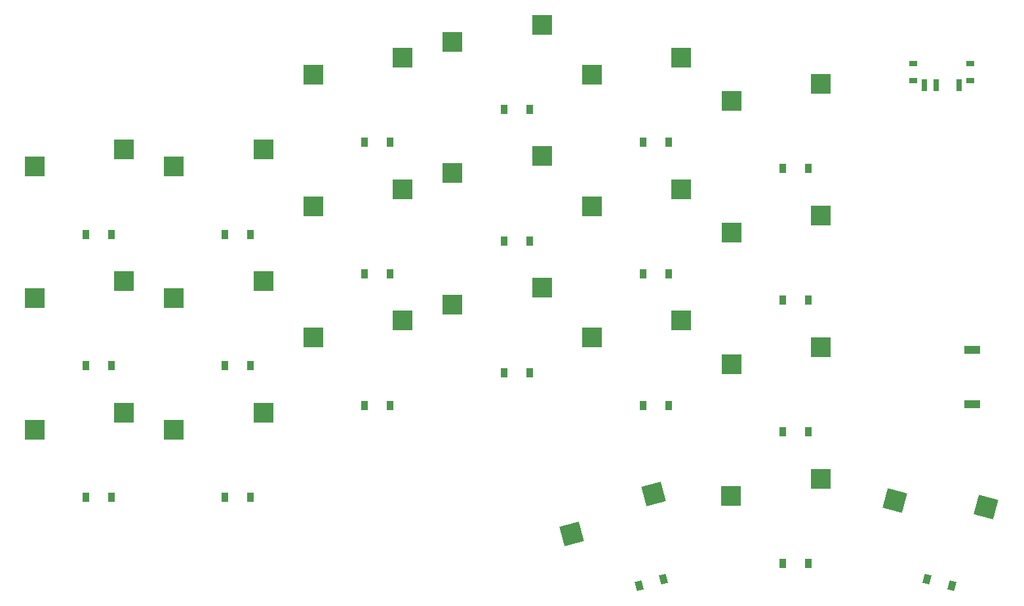
<source format=gbr>
%TF.GenerationSoftware,KiCad,Pcbnew,(6.0.4)*%
%TF.CreationDate,2022-07-03T12:25:36-07:00*%
%TF.ProjectId,danns87_corne_custom,64616e6e-7338-4375-9f63-6f726e655f63,v1.0.0*%
%TF.SameCoordinates,Original*%
%TF.FileFunction,Paste,Top*%
%TF.FilePolarity,Positive*%
%FSLAX46Y46*%
G04 Gerber Fmt 4.6, Leading zero omitted, Abs format (unit mm)*
G04 Created by KiCad (PCBNEW (6.0.4)) date 2022-07-03 12:25:36*
%MOMM*%
%LPD*%
G01*
G04 APERTURE LIST*
G04 Aperture macros list*
%AMRotRect*
0 Rectangle, with rotation*
0 The origin of the aperture is its center*
0 $1 length*
0 $2 width*
0 $3 Rotation angle, in degrees counterclockwise*
0 Add horizontal line*
21,1,$1,$2,0,0,$3*%
G04 Aperture macros list end*
%ADD10R,0.900000X1.200000*%
%ADD11R,2.600000X2.600000*%
%ADD12R,2.000000X1.000000*%
%ADD13R,1.000000X0.800000*%
%ADD14R,0.700000X1.500000*%
%ADD15RotRect,0.900000X1.200000X345.000000*%
%ADD16RotRect,0.900000X1.200000X15.000000*%
%ADD17RotRect,2.600000X2.600000X345.000000*%
%ADD18RotRect,2.600000X2.600000X15.000000*%
G04 APERTURE END LIST*
D10*
%TO.C,D10*%
X70350000Y11150000D03*
X73650000Y11150000D03*
%TD*%
%TO.C,D9*%
X52350000Y40900000D03*
X55650000Y40900000D03*
%TD*%
%TO.C,D7*%
X52350000Y6900000D03*
X55650000Y6900000D03*
%TD*%
%TO.C,D2*%
X16350000Y12000000D03*
X19650000Y12000000D03*
%TD*%
%TO.C,D16*%
X106350000Y3500000D03*
X109650000Y3500000D03*
%TD*%
D11*
%TO.C,S2*%
X21275000Y22950000D03*
X9725000Y20750000D03*
%TD*%
D10*
%TO.C,D1*%
X16350000Y-5000000D03*
X19650000Y-5000000D03*
%TD*%
%TO.C,D6*%
X34350000Y29000000D03*
X37650000Y29000000D03*
%TD*%
D12*
%TO.C,S22*%
X130810000Y14075000D03*
X130810000Y7075000D03*
%TD*%
D10*
%TO.C,D13*%
X88350000Y6900000D03*
X91650000Y6900000D03*
%TD*%
%TO.C,D4*%
X34350000Y-5000000D03*
X37650000Y-5000000D03*
%TD*%
D11*
%TO.C,S1*%
X21275000Y5950000D03*
X9725000Y3750000D03*
%TD*%
%TO.C,S5*%
X39275000Y22950000D03*
X27725000Y20750000D03*
%TD*%
%TO.C,S15*%
X93275000Y51850000D03*
X81725000Y49650000D03*
%TD*%
D10*
%TO.C,D14*%
X88350000Y23900000D03*
X91650000Y23900000D03*
%TD*%
D11*
%TO.C,S6*%
X39275000Y39950000D03*
X27725000Y37750000D03*
%TD*%
%TO.C,S9*%
X57275000Y51850000D03*
X45725000Y49650000D03*
%TD*%
%TO.C,S8*%
X57275000Y34850000D03*
X45725000Y32650000D03*
%TD*%
D10*
%TO.C,D18*%
X106350000Y37500000D03*
X109650000Y37500000D03*
%TD*%
D11*
%TO.C,S4*%
X39275000Y5950000D03*
X27725000Y3750000D03*
%TD*%
D10*
%TO.C,D8*%
X52350000Y23900000D03*
X55650000Y23900000D03*
%TD*%
D11*
%TO.C,S18*%
X111275000Y48450000D03*
X99725000Y46250000D03*
%TD*%
%TO.C,S13*%
X93275000Y17850000D03*
X81725000Y15650000D03*
%TD*%
D10*
%TO.C,D11*%
X70350000Y28150000D03*
X73650000Y28150000D03*
%TD*%
D11*
%TO.C,S12*%
X75275000Y56100000D03*
X63725000Y53900000D03*
%TD*%
D10*
%TO.C,D3*%
X16350000Y29000000D03*
X19650000Y29000000D03*
%TD*%
%TO.C,D5*%
X34350000Y12000000D03*
X37650000Y12000000D03*
%TD*%
D13*
%TO.C,T1*%
X130540000Y51105000D03*
X123240000Y48895000D03*
X123240000Y51105000D03*
X130540000Y48895000D03*
D14*
X129140000Y48245000D03*
X126140000Y48245000D03*
X124640000Y48245000D03*
%TD*%
D11*
%TO.C,S11*%
X75275000Y39100000D03*
X63725000Y36900000D03*
%TD*%
%TO.C,S10*%
X75275000Y22100000D03*
X63725000Y19900000D03*
%TD*%
D10*
%TO.C,D17*%
X106350000Y20500000D03*
X109650000Y20500000D03*
%TD*%
%TO.C,D20*%
X106336700Y-13541300D03*
X109636700Y-13541300D03*
%TD*%
D15*
%TO.C,D21*%
X124992122Y-15562849D03*
X128179678Y-16416951D03*
%TD*%
D11*
%TO.C,S7*%
X57275000Y17850000D03*
X45725000Y15650000D03*
%TD*%
%TO.C,S17*%
X111275000Y31450000D03*
X99725000Y29250000D03*
%TD*%
D10*
%TO.C,D12*%
X70350000Y45150000D03*
X73650000Y45150000D03*
%TD*%
%TO.C,D15*%
X88350000Y40900000D03*
X91650000Y40900000D03*
%TD*%
D11*
%TO.C,S20*%
X111261700Y-2591300D03*
X99711700Y-4791300D03*
%TD*%
D16*
%TO.C,D19*%
X87793722Y-16416951D03*
X90981278Y-15562849D03*
%TD*%
D17*
%TO.C,S21*%
X132583380Y-6260674D03*
X120857535Y-5396351D03*
%TD*%
D11*
%TO.C,S3*%
X21275000Y39950000D03*
X9725000Y37750000D03*
%TD*%
D18*
%TO.C,S19*%
X89716834Y-4565409D03*
X79129792Y-9679806D03*
%TD*%
D11*
%TO.C,S14*%
X93275000Y34850000D03*
X81725000Y32650000D03*
%TD*%
%TO.C,S16*%
X111275000Y14450000D03*
X99725000Y12250000D03*
%TD*%
M02*

</source>
